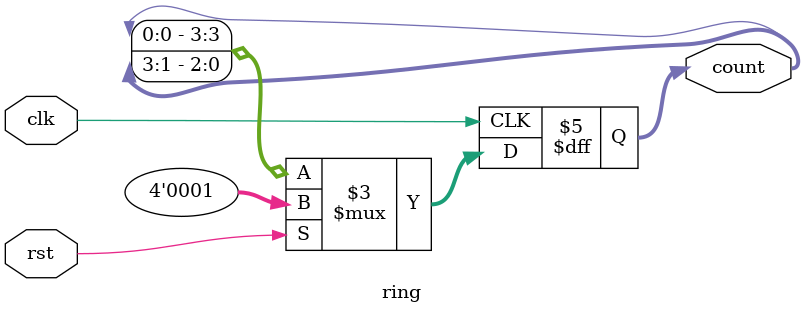
<source format=v>
`define VAL 4
module ring(clk,rst,count);
	input clk,rst;
	output reg [`VAL-1:0]count;

	always@(posedge clk)begin
		if(rst) count<=4'b0001;
		else count<={count[0],count[`VAL-1:1]};
	end
endmodule

</source>
